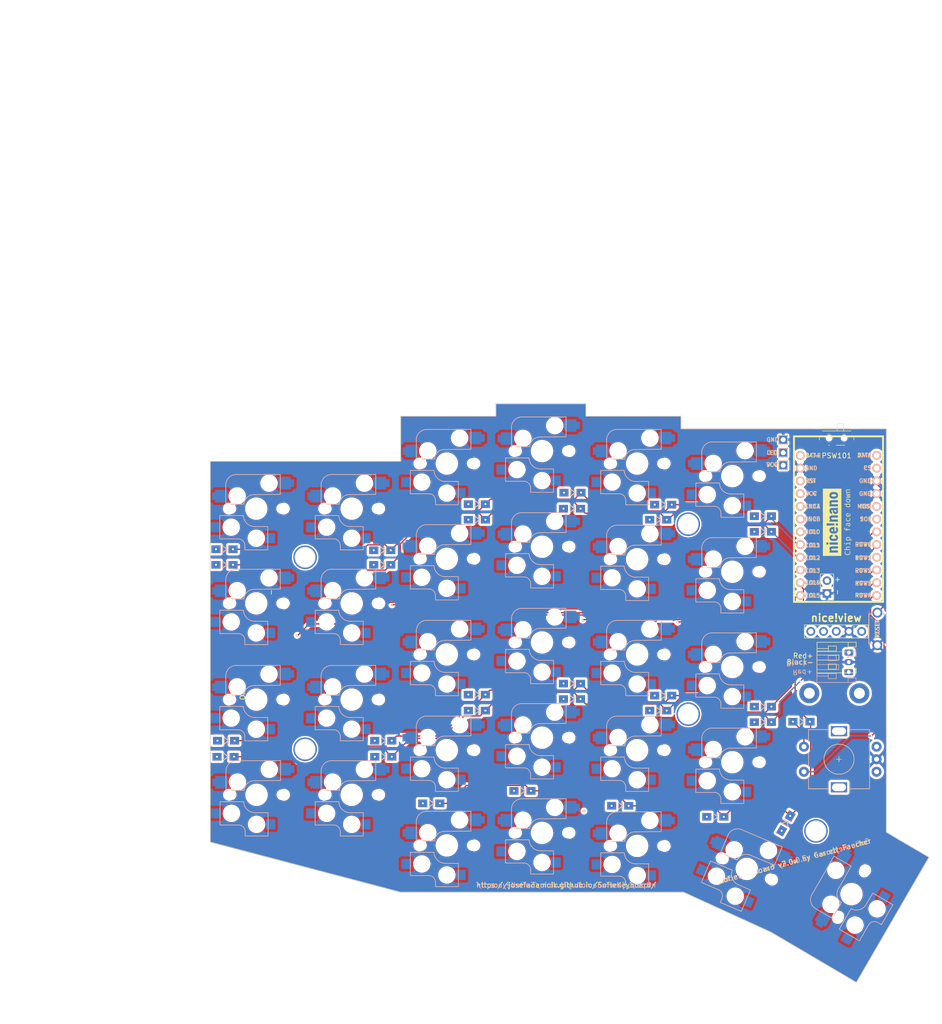
<source format=kicad_pcb>
(kicad_pcb (version 20221018) (generator pcbnew)
  (layers (0 "F.Cu" signal) (31 "B.Cu" signal) (34 "B.Paste" user) (35 "F.Paste" user) (36 "B.SilkS" user "B.Silkscreen") (37 "F.SilkS" user "F.Silkscreen") (38 "B.Mask" user) (39 "F.Mask" user) (44 "Edge.Cuts" user))
  (net 0 "")
  (net 1 "L_row0")
  (net 2 "L_row1")
  (net 3 "L_row2")
  (net 4 "L_row3")
  (net 5 "L_row4")
  (net 6 "VCC")
  (net 7 "GND")
  (net 8 "L_SW25B")
  (net 9 "L_SDA")
  (net 10 "L_SCL")
  (net 11 "L_CS")
  (net 12 "L_RGB")
  (net 13 "L_RESET")
  (net 14 "L_SW25A")
  (net 15 "Net-(BATJ101-Pin_2)")
  (net 16 "Net-(D101-A)")
  (net 17 "L_col4")
  (net 18 "L_col3")
  (net 19 "+BATT")
  (net 20 "Net-(D102-A)")
  (net 21 "Net-(D103-A)")
  (net 22 "Net-(D104-A)")
  (net 23 "L_col2")
  (net 24 "L_col1")
  (net 25 "L_col0")
  (net 26 "L_ENCA")
  (net 27 "L_ENCB")
  (net 28 "Net-(D106-A)")
  (net 29 "Net-(D107-A)")
  (net 30 "Net-(D108-A)")
  (net 31 "Net-(D109-A)")
  (net 32 "Net-(D110-A)")
  (net 33 "Net-(D111-A)")
  (net 34 "Net-(D112-A)")
  (net 35 "Net-(D113-A)")
  (net 36 "Net-(D114-A)")
  (net 37 "Net-(D115-A)")
  (net 38 "Net-(D116-A)")
  (net 39 "Net-(D117-A)")
  (net 40 "Net-(D118-A)")
  (net 41 "Net-(D119-A)")
  (net 42 "Net-(D120-A)")
  (net 43 "Net-(D121-A)")
  (net 44 "Net-(D122-A)")
  (net 45 "Net-(D123-A)")
  (net 46 "Net-(D124-A)")
  (net 47 "Net-(D125-A)")
  (net 48 "Net-(D126-A)")
  (net 49 "Net-(D127-A)")
  (net 50 "Net-(D128-A)")
  (net 51 "Net-(D129-A)")
  (net 52 "Net-(D130-A)")
  (footprint "SofleKeyboard-footprint:CherryMX_KailhLowProfile_Hotswap_OneSide" (layer "F.Cu") (at 191.675 50)
    (fp_text reference "SW102" hide)
    (fp_text value "SW_PUSH" hide)
  )
  (footprint "SofleKeyboard-footprint:CherryMX_KailhLowProfile_Hotswap_OneSide" (layer "F.Cu") (at 191.675 69.1)
    (fp_text reference "SW103" hide)
    (fp_text value "SW_PUSH" hide)
  )
  (footprint "SofleKeyboard-footprint:CherryMX_KailhLowProfile_Hotswap_OneSide" (layer "F.Cu") (at 191.675 88.1)
    (fp_text reference "SW104" hide)
    (fp_text value "SW_PUSH" hide)
  )
  (footprint "SofleKeyboard-footprint:CherryMX_KailhLowProfile_Hotswap_OneSide" (layer "F.Cu") (at 191.675 107.1)
    (fp_text reference "SW105" hide)
    (fp_text value "SW_PUSH" hide)
  )
  (footprint "SofleKeyboard-footprint:CherryMX_KailhLowProfile_Hotswap_OneSide" (layer "F.Cu") (at 172.675 123.8)
    (fp_text reference "SW120" hide)
    (fp_text value "SW_PUSH" hide)
  )
  (footprint "SofleKeyboard-footprint:CherryMX_KailhLowProfile_Hotswap_OneSide" (layer "F.Cu") (at 153.675 121.2)
    (fp_text reference "SW125" hide)
    (fp_text value "SW_PUSH" hide)
  )
  (footprint "SofleKeyboard-footprint:CherryMX_KailhLowProfile_Hotswap_OneSide" (layer "F.Cu") (at 172.675 85.6)
    (fp_text reference "SW108" hide)
    (fp_text value "SW_PUSH" hide)
  )
  (footprint "SofleKeyboard-footprint:CherryMX_KailhLowProfile_Hotswap_OneSide" (layer "F.Cu") (at 172.675 104.7)
    (fp_text reference "SW109" hide)
    (fp_text value "SW_PUSH" hide)
  )
  (footprint "SofleKeyboard-footprint:CherryMX_KailhLowProfile_Hotswap_OneSide" (layer "F.Cu") (at 172.675 66.6)
    (fp_text reference "SW107" hide)
    (fp_text value "SW_PUSH" hide)
  )
  (footprint "SofleKeyboard-footprint:CherryMX_KailhLowProfile_Hotswap_OneSide" (layer "F.Cu") (at 172.675 47.5)
    (fp_text reference "SW106" hide)
    (fp_text value "SW_PUSH" hide)
  )
  (footprint "SofleKeyboard-footprint:CherryMX_KailhLowProfile_Hotswap_OneSide" (layer "F.Cu") (at 153.675 83.2)
    (fp_text reference "SW113" hide)
    (fp_text value "SW_PUSH" hide)
  )
  (footprint "SofleKeyboard-footprint:CherryMX_KailhLowProfile_Hotswap_OneSide" (layer "F.Cu") (at 153.675 45.01)
    (fp_text reference "SW111" hide)
    (fp_text value "SW_PUSH" hide)
  )
  (footprint "SofleKeyboard-footprint:CherryMX_KailhLowProfile_Hotswap_OneSide" (layer "F.Cu") (at 153.675 64.1)
    (fp_text reference "SW112" hide)
    (fp_text value "SW_PUSH" hide)
  )
  (footprint "SofleKeyboard-footprint:CherryMX_KailhLowProfile_Hotswap_OneSide" (layer "F.Cu") (at 153.675 102.2)
    (fp_text reference "SW114" hide)
    (fp_text value "SW_PUSH" hide)
  )
  (footprint "SofleKeyboard-footprint:CherryMX_KailhLowProfile_Hotswap_OneSide" (layer "F.Cu") (at 134.675 104.7)
    (fp_text reference "SW119" hide)
    (fp_text value "SW_PUSH" hide)
  )
  (footprint "SofleKeyboard-footprint:CherryMX_KailhLowProfile_Hotswap_OneSide" (layer "F.Cu") (at 134.675 66.5)
    (fp_text reference "SW117" hide)
    (fp_text value "SW_PUSH" hide)
  )
  (footprint "SofleKeyboard-footprint:CherryMX_KailhLowProfile_Hotswap_OneSide" (layer "F.Cu") (at 134.675 123.7)
    (fp_text reference "SW130" hide)
    (fp_text value "SW_PUSH" hide)
  )
  (footprint "SofleKeyboard-footprint:CherryMX_KailhLowProfile_Hotswap_OneSide" (layer "F.Cu") (at 134.675 85.6)
    (fp_text reference "SW118" hide)
    (fp_text value "SW_PUSH" hide)
  )
  (footprint "SofleKeyboard-footprint:CherryMX_KailhLowProfile_Hotswap_OneSide" (layer "F.Cu") (at 134.675 47.5)
    (fp_text reference "SW116" hide)
    (fp_text value "SW_PUSH" hide)
  )
  (footprint "SofleKeyboard-footprint:CherryMX_KailhLowProfile_Hotswap_OneSide" (layer "F.Cu") (at 115.675 56.5)
    (fp_text reference "SW121" hide)
    (fp_text value "SW_PUSH" hide)
  )
  (footprint "SofleKeyboard-footprint:CherryMX_KailhLowProfile_Hotswap_OneSide" (layer "F.Cu") (at 115.675 113.6)
    (fp_text reference "SW124" hide)
    (fp_text value "SW_PUSH" hide)
  )
  (footprint "SofleKeyboard-footprint:CherryMX_KailhLowProfile_Hotswap_OneSide" (layer "F.Cu") (at 96.625 94.6)
    (fp_text reference "SW128" hide)
    (fp_text value "SW_PUSH" hide)
  )
  (footprint "SofleKeyboard-footprint:CherryMX_KailhLowProfile_Hotswap_OneSide" (layer "F.Cu") (at 96.675 113.6)
    (fp_text reference "SW129" hide)
    (fp_text value "SW_PUSH" hide)
  )
  (footprint "SofleKeyboard-footprint:CherryMX_KailhLowProfile_Hotswap_OneSide" (layer "F.Cu") (at 96.625 56.5)
    (fp_text reference "SW126" hide)
    (fp_text value "SW_PUSH" hide)
  )
  (footprint "SofleKeyboard-footprint:CherryMX_KailhLowProfile_Hotswap_OneSide" (layer "F.Cu") (at 96.625 75.4)
    (fp_text reference "SW127" hide)
    (fp_text value "SW_PUSH" hide)
  )
  (footprint "SofleKeyboard-footprint:CherryMX_KailhLowProfile_Hotswap_OneSide" (layer "F.Cu") (at 115.675 94.6)
    (fp_text reference "SW123" hide)
    (fp_text value "SW_PUSH" hide)
  )
  (footprint "SofleKeyboard-footprint:CherryMX_KailhLowProfile_Hotswap_OneSide" (layer "F.Cu") (at 115.675 75.4)
    (fp_text reference "SW122" hide)
    (fp_text value "SW_PUSH" hide)
  )
  (footprint "lib:nice_nano" (layer "F.Cu") (at 212.5792 60.1919)
    (fp_text reference "U101" hide)
    (fp_text value "ProMicro" hide)
  )
  (footprint "SofleKeyboard-footprint:CherryMX_KailhLowProfile_Hotswap_OneSide_1.5" (layer "F.Cu") (at 215.470706 133.419873 60)
    (fp_text reference "SW110" hide)
    (fp_text value "SW_PUSH" hide)
  )
  (footprint "SofleKeyboard-footprint:CherryMX_KailhLowProfile_Hotswap_OneSide" (layer "F.Cu") (at 194.566165 128.394914 -23)
    (fp_text reference "SW115" hide)
    (fp_text value "SW_PUSH" hide)
  )
  (footprint "Connector_PinHeader_2.54mm:PinHeader_1x02_P2.54mm_Vertical" (layer "F.Cu") (at 210.575 73.406 180)
    (fp_text reference "BATJ101" hide)
    (fp_text value "Conn_01x02_Female")
  )
  (footprint "lib:nice_view" (layer "F.Cu") (at 212.425 65.4706)
    (fp_text reference "J101" hide)
    (fp_text value "OLED" hide)
  )
  (footprint "Button_Switch_SMD:SW_SPDT_PCM12" (layer "F.Cu") (at 212.499 42.73 180)
    (fp_text reference "PSW101")
    (fp_text value "SW_SPST")
  )
  (footprint "lib:Double_Sided_JST_Jack" (layer "F.Cu") (at 212.245 81.506 180)
    (fp_text reference "BATJ102" hide)
    (fp_text value "Conn_01x02_Female")
  )
  (footprint "SofleKeyboard-footprint:HOLE_M2_TH" (layer "B.Cu") (at 182.875 59.6 180)
    (fp_text reference "TH105" hide)
    (fp_text value "HOLE" hide)
  )
  (footprint "SofleKeyboard-footprint:HOLE_M2_TH" (layer "B.Cu") (at 106.375 66.21 180)
    (fp_text reference "TH104" hide)
    (fp_text value "HOLE" hide)
  )
  (footprint "SofleKeyboard-footprint:HOLE_M2_TH" (layer "B.Cu") (at 106.375 104.51 180)
    (fp_text reference "TH102" hide)
    (fp_text value "HOLE" hide)
  )
  (footprint "SofleKeyboard-footprint:HOLE_M2_TH" (layer "B.Cu") (at 208.375 120.81 90)
    (fp_text reference "TH101" hide)
    (fp_text value "HOLE" hide)
  )
  (footprint "SofleKeyboard-footprint:Diode_SOD123" (layer "B.Cu") (at 197.775 58 180)
    (fp_text reference "D101" hide)
    (fp_text value "D" hide)
  )
  (footprint "SofleKeyboard-footprint:Diode_SOD123" (layer "B.Cu") (at 177.875 55.7 180)
    (fp_text reference "D106" hide)
    (fp_text value "D" hide)
  )
  (footprint "SofleKeyboard-footprint:Diode_SOD123" (layer "B.Cu") (at 159.775 53.3 180)
    (fp_text reference "D111" hide)
    (fp_text value "D" hide)
  )
  (footprint "SofleKeyboard-footprint:Diode_SOD123" (layer "B.Cu") (at 140.675 55.6 180)
    (fp_text reference "D116" hide)
    (fp_text value "D" hide)
  )
  (footprint "SofleKeyboard-footprint:Diode_SOD123" (layer "B.Cu") (at 121.775 64.8 180)
    (fp_text reference "D121" hide)
    (fp_text value "D" hide)
  )
  (footprint "SofleKeyboard-footprint:Diode_SOD123" (layer "B.Cu") (at 90.275 64.6 180)
    (fp_text reference "D126" hide)
    (fp_text value "D" hide)
  )
  (footprint "SofleKeyboard-footprint:Diode_SOD123" (layer "B.Cu") (at 197.775 61.1 180)
    (fp_text reference "D102" hide)
    (fp_text value "D" hide)
  )
  (footprint "SofleKeyboard-footprint:Diode_SOD123" (layer "B.Cu") (at 176.875 58.7 180)
    (fp_text reference "D107" hide)
    (fp_text value "D" hide)
  )
  (footprint "SofleKeyboard-footprint:Diode_SOD123" (layer "B.Cu") (at 159.675 56.5 180)
    (fp_text reference "D112" hide)
    (fp_text value "D" hide)
  )
  (footprint "SofleKeyboard-footprint:Diode_SOD123" (layer "B.Cu") (at 140.675 58.7 180)
    (fp_text reference "D117" hide)
    (fp_text value "D" hide)
  )
  (footprint "SofleKeyboard-footprint:Diode_SOD123" (layer "B.Cu") (at 121.775 67.7 180)
    (fp_text reference "D122" hide)
    (fp_text value "D" hide)
  )
  (footprint "SofleKeyboard-footprint:Diode_SOD123" (layer "B.Cu") (at 90.275 67.7 180)
    (fp_text reference "D127" hide)
    (fp_text value "D" hide)
  )
  (footprint "SofleKeyboard-footprint:Diode_SOD123" (layer "B.Cu") (at 197.775 96 180)
    (fp_text reference "D103" hide)
    (fp_text value "D" hide)
  )
  (footprint "SofleKeyboard-footprint:Diode_SOD123" (layer "B.Cu") (at 177.875 93.8 180)
    (fp_text reference "D108" hide)
    (fp_text value "D" hide)
  )
  (footprint "SofleKeyboard-footprint:Diode_SOD123" (layer "B.Cu") (at 159.675 91.4 180)
    (fp_text reference "D113" hide)
    (fp_text value "D" hide)
  )
  (footprint "SofleKeyboard-footprint:Diode_SOD123" (layer "B.Cu") (at 140.675 93.6 180)
    (fp_text reference "D118" hide)
    (fp_text value "D" hide)
  )
  (footprint "SofleKeyboard-footprint:Diode_SOD123" (layer "B.Cu") (at 121.975 102.8 180)
    (fp_text reference "D123" hide)
    (fp_text value "D" hide)
  )
  (footprint "SofleKeyboard-footprint:Diode_SOD123" (layer "B.Cu") (at 90.575 102.8 180)
    (fp_text reference "D128" hide)
    (fp_text value "D" hide)
  )
  (footprint "SofleKeyboard-footprint:Diode_SOD123" (layer "B.Cu") (at 197.775 99.1 180)
    (fp_text reference "D104" hide)
    (fp_text value "D" hide)
  )
  (footprint "SofleKeyboard-footprint:Diode_SOD123" (layer "B.Cu") (at 176.875 96.8 180)
    (fp_text reference "D109" hide)
    (fp_text value "D" hide)
  )
  (footprint "SofleKeyboard-footprint:Diode_SOD123" (layer "B.Cu") (at 159.675 94.5 180)
    (fp_text reference "D114" hide)
    (fp_text value "D" hide)
  )
  (footprint "SofleKeyboard-footprint:Diode_SOD123" (layer "B.Cu") (at 140.675 96.8 180)
    (fp_text reference "D119" hide)
    (fp_text value "D" hide)
  )
  (footprint "SofleKeyboard-footprint:Diode_SOD123" (layer "B.Cu") (at 121.975 106 180)
    (fp_text reference "D124" hide)
    (fp_text value "D" hide)
  )
  (footprint "SofleKeyboard-footprint:Diode_SOD123" (layer "B.Cu") (at 90.475 106 180)
    (fp_text reference "D129" hide)
    (fp_text value "D" hide)
  )
  (footprint "SofleKeyboard-footprint:Diode_SOD123" (layer "B.Cu") (at 205.475 99.01 180)
    (fp_text reference "D105" hide)
    (fp_text value "D" hide)
  )
  (footprint "SofleKeyboard-footprint:Diode_SOD123" (layer "B.Cu") (at 202.375 119.3 -120)
    (fp_text reference "D110" hide)
    (fp_text value "D" hide)
  )
  (footprint "SofleKeyboard-footprint:Diode_SOD123" (layer "B.Cu") (at 188.275 118 180)
    (fp_text reference "D115" hide)
    (fp_text value "D" hide)
  )
  (footprint "SofleKeyboard-footprint:Diode_SOD123" (layer "B.Cu") (at 169.275 115.8 180)
    (fp_text reference "D120" hide)
    (fp_text value "D" hide)
  )
  (footprint "SofleKeyboard-footprint:Diode_SOD123" (layer "B.Cu") (at 149.775 112.81 180)
    (fp_text reference "D125" hide)
    (fp_text value "D" hide)
  )
  (footprint "SofleKeyboard-footprint:M2_HOLE_PCB" (layer "B.Cu") (at 217.045 93.352 180)
    (fp_text reference "TH107" hide)
    (fp_text value "HOLE")
  )
  (footprint "SofleKeyboard-footprint:LED" (layer "B.Cu") (at 201.831 47.838)
    (fp_text reference "J102" hide)
    (fp_text value "LED" hide)
  )
  (footprint "SofleKeyboard-footprint:Diode_SOD123" (layer "B.Cu") (at 131.575 115.31 180)
    (fp_text reference "D130" hide)
    (fp_text value "D" hide)
  )
  (footprint "SofleKeyboard-footprint:M2_HOLE_PCB" (layer "B.Cu") (at 207.045 93.336 180)
    (fp_text reference "TH106" hide)
    (fp_text value "HOLE")
  )
  (footprint "SofleKeyboard-footprint:HOLE_M2_TH" (layer "B.Cu") (at 182.875 97.51 180)
    (fp_text reference "TH103" hide)
    (fp_text value "HOLE" hide)
  )
  (footprint "SofleKeyboard-footprint:RotaryEncoder_Alps_EC11E-Switch_Vertical_H20mm-keebio_modified" (layer "B.Cu") (at 212.975 106.5 180)
    (fp_text reference "SW101" hide)
    (fp_text value "Rotary_Encoder_Switch")
  )
  (footprint "SofleKeyboard-footprint:TACT_SWITCH_TVBP06" (layer "B.Cu") (at 220.627 80.502 90)
    (fp_text reference "RSW101" hide)
    (fp_text value "SW_RST" hide)
  )
  (gr_line (start 222.445 40.552) (end 200.945 40.552) (stroke (width 0.15)) (layer "Edge.Cuts"))
  (gr_line (start 222.445 121.052) (end 222.445 100.552) (stroke (width 0.15)) (layer "Edge.Cuts"))
  (gr_line (start 87.445 47.052) (end 87.445 123.052) (stroke (width 0.15)) (layer "Edge.Cuts"))
  (gr_line (start 181.445 40.552) (end 181.445 38.052) (stroke (width 0.15)) (layer "Edge.Cuts"))
  (gr_line (start 199.445 141.052) (end 216.445 151.052) (stroke (width 0.15)) (layer "Edge.Cuts"))
  (gr_line (start 181.445 38.052) (end 162.445 38.052) (stroke (width 0.15)) (layer "Edge.Cuts"))
  (gr_line (start 87.445 123.052) (end 125.445 133.052) (stroke (width 0.15)) (layer "Edge.Cuts"))
  (gr_line (start 200.945 40.552) (end 181.445 40.552) (stroke (width 0.15)) (layer "Edge.Cuts"))
  (gr_line (start 222.445 100.552) (end 222.445 99.94) (stroke (width 0.15)) (layer "Edge.Cuts"))
  (gr_line (start 216.445 151.052) (end 230.945 126.052) (stroke (width 0.15)) (layer "Edge.Cuts"))
  (gr_line (start 144.445 38.052) (end 125.445 38.052) (stroke (width 0.15)) (layer "Edge.Cuts"))
  (gr_line (start 162.445 35.552) (end 144.445 35.552) (stroke (width 0.15)) (layer "Edge.Cuts"))
  (gr_line (start 224.945 122.552) (end 222.445 121.052) (stroke (width 0.15)) (layer "Edge.Cuts"))
  (gr_line (start 181.945 133.052) (end 199.445 141.052) (stroke (width 0.15)) (layer "Edge.Cuts"))
  (gr_line (start 125.445 47.052) (end 87.445 47.052) (stroke (width 0.15)) (layer "Edge.Cuts"))
  (gr_line (start 222.445 99.94) (end 222.445 40.552) (stroke (width 0.15)) (layer "Edge.Cuts"))
  (gr_line (start 162.445 38.052) (end 162.445 35.552) (stroke (width 0.15)) (layer "Edge.Cuts"))
  (gr_line (start 125.445 38.052) (end 125.445 47.052) (stroke (width 0.15)) (layer "Edge.Cuts"))
  (gr_line (start 230.945 126.052) (end 224.945 122.552) (stroke (width 0.15)) (layer "Edge.Cuts"))
  (gr_line (start 125.445 133.052) (end 181.945 133.052) (stroke (width 0.15)) (layer "Edge.Cuts"))
  (gr_line (start 144.445 35.552) (end 144.445 38.052) (stroke (width 0.15)) (layer "Edge.Cuts"))
  (gr_text "Sofle Keyboard v2.0w by Garrett Faucher" (at 203.93 126.852 15) (layer "B.SilkS") (effects (font (size 1 1)) (justify mirror)))
  (gr_text "https://josefadamcik.github.io/SofleKeyboard/" (at 158.48 131.602) (layer "B.SilkS") (effects (font (size 1 1)) (justify mirror)))
  (gr_text "-" (at 212.598 73.914 90) (layer "F.SilkS") (effects (font (size 1 1)) (justify left)))
  (gr_text "+" (at 99.568 71.374 90) (layer "F.SilkS") (effects (font (size 1 1)) (justify left)))
  (gr_text "https://josefadamcik.github.io/SofleKeyboard/" (at 158.53 131.602) (layer "F.SilkS") (effects (font (size 1 1))))
  (gr_text "Sofle Keyboard v2.0w by Garrett Faucher" (at 204.18 126.802 15) (layer "F.SilkS") (effects (font (size 1 1))))
  (gr_text "+" (at 212.598 71.374 90) (layer "F.SilkS") (effects (font (size 1 1)) (justify left)))
  (gr_text "OFF" (at 93.905 94.804568 90) (layer "F.SilkS") (effects (font (size 1 1)) (justify left)))
  (gr_text "-" (at 99.568 73.914 90) (layer "F.SilkS") (effects (font (size 1 1)) (justify left)))
  (segment (start 104.060557 64.6) (end 105.225557 63.435) (width 0.25) (layer "F.Cu") (net 1))
  (segment (start 91.975 64.6) (end 104.060557 64.6) (width 0.25) (layer "F.Cu") (net 1))
  (segment (start 116.535 66.04) (end 118.85 63.725) (width 0.25) (layer "F.Cu") (net 1))
  (segment (start 118.85 63.725) (end 122.4 63.725) (width 0.25) (layer "F.Cu") (net 1))
  (segment (start 142.375 55.6) (end 143.365 54.61) (width 0.25) (layer "F.Cu") (net 1))
  (segment (start 178.321 56.954) (end 179.575 55.7) (width 0.25) (layer "F.Cu") (net 1))
  (segment (start 105.225557 63.435) (end 107.524443 63.435) (width 0.25) (layer "F.Cu") (net 1))
  (segment (start 198.039 59.436) (end 199.475 58) (width 0.25) (layer "F.Cu") (net 1))
  (segment (start 165.129 56.954) (end 178.321 56.954) (width 0.25) (layer "F.Cu") (net 1))
  (segment (start 160.165 54.61) (end 161.475 53.3) (width 0.25) (layer "F.Cu") (net 1))
  (segment (start 122.4 63.725) (end 123.475 64.8) (width 0.25) (layer "F.Cu") (net 1))
  (segment (start 188.82335 55.7) (end 192.55935 59.436) (width 0.25) (layer "F.Cu") (net 1))
  (segment (start 142.375 55.6) (end 141.021 56.954) (width 0.25) (layer "F.Cu") (net 1))
  (segment (start 141.021 56.954) (end 131.321 56.954) (width 0.25) (layer "F.Cu") (net 1))
  (segment (start 131.321 56.954) (end 123.475 64.8) (width 0.25) (layer "F.Cu") (net 1))
  (segment (start 192.55935 59.436) (end 198.039 59.436) (width 0.25) (layer "F.Cu") (net 1))
  (segment (start 107.524443 63.435) (end 110.129443 66.04) (width 0.25) (layer "F.Cu") (net 1))
  (segment (start 179.575 55.7) (end 188.82335 55.7) (width 0.25) (layer "F.Cu") (net 1))
  (segment (start 110.129443 66.04) (end 116.535 66.04) (width 0.25) (layer "F.Cu") (net 1))
  (segment (start 161.475 53.3) (end 165.129 56.954) (width 0.25) (layer "F.Cu") (net 1))
  (segment (start 143.365 54.61) (end 160.165 54.61) (width 0.25) (layer "F.Cu") (net 1))
  (segment (start 199.475 58) (end 199.475 58.475936) (width 0.25) (layer "B.Cu") (net 1))
  (segment (start 199.475 58.475936) (end 204.665016 63.665952) (width 0.25) (layer "B.Cu") (net 1))
  (segment (start 199.475 58) (end 199.227 58.248) (width 0.25) (layer "B.Cu") (net 1))
  (segment (start 110.019443 66.49) (end 116.565 66.49) (width 0.25) (layer "F.Cu") (net 2))
  (segment (start 159.935 55.06) (end 146.015 55.06) (width 0.25) (layer "F.Cu") (net 2))
  (segment (start 192.372954 59.886) (end 198.261 59.886) (width 0.25) (layer "F.Cu") (net 2))
  (segment (start 181.425 56.15) (end 188.636954 56.15) (width 0.25) (layer "F.Cu") (net 2))
  (segment (start 178.575 58.7) (end 178.875 58.7) (width 0.25) (layer "F.Cu") (net 2))
  (segment (start 107.524443 68.985) (end 110.019443 66.49) (width 0.25) (layer "F.Cu") (net 2))
  (segment (start 162.279 57.404) (end 177.279 57.404) (width 0.25) (layer "F.Cu") (net 2))
  (segment (start 178.875 58.7) (end 181.425 56.15) (width 0.25) (layer "F.Cu") (net 2))
  (segment (start 116.565 66.49) (end 118.85 68.775) (width 0.25) (layer "F.Cu") (net 2))
  (segment (start 177.279 57.404) (end 178.575 58.7) (width 0.25) (layer "F.Cu") (net 2))
  (segment (start 142.375 58.7) (end 141.079 57.404) (width 0.25) (layer "F.Cu") (net 2))
  (segment (start 105.225557 68.985) (end 107.524443 68.985) (width 0.25) (layer "F.Cu") (net 2))
  (segment (start 161.375 56.5) (end 162.279 57.404) (width 0.25) (layer "F.Cu") (net 2))
  (segment (start 141.079 57.404) (end 131.507396 57.404) (width 0.25) (layer "F.Cu") (net 2))
  (segment (start 122.4 68.775) (end 123.475 67.7) (width 0.25) (layer "F.Cu") (net 2))
  (segment (start 125.394198 65.780802) (end 123.475 67.7) (width 0.25) (layer "F.Cu") (net 2))
  (segment (start 198.261 59.886) (end 199.475 61.1) (width 0.25) (layer "F.Cu") (net 2))
  (segment (start 91.975 67.7) (end 103.940557 67.7) (width 0.25) (layer "F.Cu") (net 2))
  (segment (start 131.507396 57.404) (end 125.394198 63.517198) (width 0.25) (layer "F.Cu") (net 2))
  (segment (start 146.015 55.06) (end 142.375 58.7) (width 0.25) (layer "F.Cu") (net 2))
  (segment (start 118.85 68.775) (end 122.4 68.775) (width 0.25) (layer "F.Cu") (net 2))
  (segment (start 125.394198 63.517198) (end 125.394198 65.780802) (width 0.25) (layer "F.Cu") (net 2))
  (segment (start 161.375 56.5) (end 159.935 55.06) (width 0.25) (layer "F.Cu") (net 2))
  (segment (start 188.636954 56.15) (end 192.372954 59.886) (width 0.25) (layer "F.Cu") (net 2))
  (segment (start 103.940557 67.7) (end 105.225557 68.985) (width 0.25) (layer "F.Cu") (net 2))
  (segment (start 199.475 61.1) (end 199.559064 61.1) (width 0.25) (layer "B.Cu") (net 2))
  (segment (start 199.559064 61.1) (end 204.665016 66.205952) (width 0.25) (layer "B.Cu") (net 2))
  (segment (start 123.675 102.8) (end 124.6 101.875) (width 0.25) (layer "F.Cu") (net 3))
  (segment (start 218.703716 69.947252) (end 219.905016 68.745952) (width 0.25) (layer "F.Cu") (net 3))
  (segment (start 109.664444 103.875) (end 122.6 103.875) (width 0.25) (layer "F.Cu") (net 3))
  (segment (start 203.463716 92.011284) (end 199.475 96) (width 0.25) (layer "F.Cu") (net 3))
  (segment (start 161.375 91.4) (end 160.065 92.71) (width 0.25) (layer "F.Cu") (net 3))
  (segment (start 92.275 102.8) (end 104.160557 102.8) (width 0.25) (layer "F.Cu") (net 3))
  (segment (start 107.524443 101.735) (end 109.664444 103.875) (width 0.25) (layer "F.Cu") (net 3))
  (segment (start 143.265 92.71) (end 142.375 93.6) (width 0.25) (layer "F.Cu") (net 3))
  (segment (start 189.551 97.086) (end 186.265 93.8) (width 0.25) (layer "F.Cu") (net 3))
  (segment (start 137.169 96.306) (end 137.169 98.169604) (width 0.25) (layer "F.Cu") (net 3))
  (segment (start 105.225557 101.735) (end 107.524443 101.735) (width 0.25) (layer "F.Cu") (net 3))
  (segment (start 138.225 95.25) (end 137.169 96.306) (width 0.25) (layer "F.Cu") (net 3))
  (segment (start 137.169 98.169604) (end 133.463604 101.875) (width 0.25) (layer "F.Cu") (net 3))
  (segment (start 199.475 96) (end 198.389 97.086) (width 0.25) (layer "F.Cu") (net 3))
  (segment (start 211.909572 78.645) (end 218.703716 71.850856) (width 0.25) (layer "F.Cu") (net 3))
  (segment (start 142.375 93.6) (end 140.725 95.25) (width 0.25) (layer "F.Cu") (net 3))
  (segment (start 140.725 95.25) (end 138.225 95.25) (width 0.25) (layer "F.Cu") (net 3))
  (segment (start 104.160557 102.8) (end 105.225557 101.735) (width 0.25) (layer "F.Cu") (net 3))
  (segment (start 218.703716 71.850856) (end 218.703716 69.947252) (width 0.25) (layer "F.Cu") (net 3))
  (segment (start 178.321 95.054) (end 165.029 95.054) (width 0.25) (layer "F.Cu") (net 3))
  (segment (start 161.807 78.74) (end 161.902 78.645) (width 0.25) (layer "F.Cu") (net 3))
  (segment (start 124.6 101.875) (end 133.463604 101.875) (width 0.25) (layer "F.Cu") (net 3))
  (segment (start 186.265 93.8) (end 179.575 93.8) (width 0.25) (layer "F.Cu") (net 3))
  (segment (start 165.029 95.054) (end 161.375 91.4) (width 0.25) (layer "F.Cu") (net 3))
  (segment (start 204.665016 68.745952) (end 203.463716 69.947252) (width 0.25) (layer "F.Cu") (net 3))
  (segment (start 203.463716 69.947252) (end 203.463716 92.011284) (width 0.25) (layer "F.Cu") (net 3))
  (segment (start 161.902 78.645) (end 211.909572 78.645) (width 0.25) (layer "F.Cu") (net 3))
  (segment (start 160.065 92.71) (end 143.265 92.71) (width 0.25) (layer "F.Cu") (net 3))
  (segment (start 198.389 97.086) (end 189.551 97.086) (width 0.25) (layer "F.Cu") (net 3))
  (segment (start 179.575 93.8) (end 178.321 95.054) (width 0.25) (layer "F.Cu") (net 3))
  (via (at 161.807 78.74) (size 0.4) (drill 0.3) (layers "F.Cu" "B.Cu") (net 3))
  (segment (start 141.3 97.875) (end 142.375 96.8) (width 0.25) (layer "F.Cu") (net 4))
  (segment (start 205.866316 72.487252) (end 205.866316 90.306684) (width 0.25) (layer "F.Cu") (net 4))
  (segment (start 138.1 97.875) (end 141.3 97.875) (width 0.25) (layer "F.Cu") (net 4))
  (segment (start 107.524443 107.285) (end 110.484443 104.325) (width 0.25) (layer "F.Cu") (net 4))
  (segment (start 103.940557 106) (end 105.225557 107.285) (width 0.25) (layer "F.Cu") (net 4))
  (segment (start 127.35 102.325) (end 133.65 102.325) (width 0.25) (layer "F.Cu") (net 4))
  (segment (start 180.8495 79.095) (end 212.095968 79.095) (width 0.25) (layer "F.Cu") (net 4))
  (segment (start 212.095968 79.095) (end 219.905016 71.285952) (width 0.25) (layer "F.Cu") (net 4))
  (segment (start 122 104.325) (end 123.675 106) (width 0.25) (layer "F.Cu") (net 4))
  (segment (start 189.364604 97.536) (end 186.126802 94.298198) (width 0.25) (layer "F.Cu") (net 4))
  (segment (start 123.675 106) (end 127.35 102.325) (width 0.25) (layer "F.Cu") (net 4))
  (segment (start 161.375 94.5) (end 160.035 93.16) (width 0.25) (layer "F.Cu") (net 4))
  (segment (start 105.225557 107.285) (end 107.524443 107.285) (width 0.25) (layer "F.Cu") (net 4))
  (segment (start 178.575 96.8) (end 177.279 95.504) (width 0.25) (layer "F.Cu") (net 4))
  (segment (start 146.015 93.16) (end 142.375 96.8) (width 0.25) (layer "F.Cu") (net 4))
  (segment (start 205.866316 90.306684) (end 205.241 90.932) (width 0.25) (layer "F.Cu") (net 4))
  (segment (start 204.665016 71.285952) (end 205.866316 72.487252) (width 0.25) (layer "F.Cu") (net 4))
  (segment (start 162.379 95.504) (end 161.375 94.5) (width 0.25) (layer "F.Cu") (net 4))
  (segment (start 180.775 79.1695) (end 180.8495 79.095) (width 0.25) (layer "F.Cu") (net 4))
  (segment (start 186.126802 94.298198) (end 181.226802 94.298198) (width 0.25) (layer "F.Cu") (net 4))
  (segment (start 197.911 97.536) (end 189.364604 97.536) (width 0.25) (layer "F.Cu") (net 4))
  (segment (start 199.475 99.1) (end 197.911 97.536) (width 0.25) (layer "F.Cu") (net 4))
  (segment (start 177.279 95.504) (end 162.379 95.504) (width 0.25) (layer "F.Cu") (net 4))
  (segment (start 181.226802 94.298198) (end 178.725 96.8) (width 0.25) (layer "F.Cu") (net 4))
  (segment (start 178.725 96.8) (end 178.575 96.8) (width 0.25) (layer "F.Cu") (net 4))
  (segment (start 160.035 93.16) (end 146.015 93.16) (width 0.25) (layer "F.Cu") (net 4))
  (segment (start 92.175 106) (end 103.940557 106) (width 0.25) (layer "F.Cu") (net 4))
  (segment (start 133.65 102.325) (end 138.1 97.875) (width 0.25) (layer "F.Cu") (net 4))
  (segment (start 110.484443 104.325) (end 122 104.325) (width 0.25) (layer "F.Cu") (net 4))
  (via (at 180.775 79.1695) (size 0.4) (drill 0.3) (layers "F.Cu" "B.Cu") (net 4))
  (via (at 205.241 90.932) (size 0.4) (drill 0.3) (layers "F.Cu" "B.Cu") (net 4))
  (segment (start 201.177 94.996) (end 201.177 97.398) (width 0.25) (layer "B.Cu") (net 4))
  (segment (start 205.241 90.932) (end 201.177 94.996) (width 0.25) (layer "B.Cu") (net 4))
  (segment (start 201.177 97.398) (end 199.475 99.1) (width 0.25) (layer "B.Cu") (net 4))
  (segment (start 201.983243 116.586) (end 203.225 117.827757) (width 0.25) (layer "F.Cu") (net 5))
  (segment (start 138.589604 111.735) (end 150.4 111.735) (width 0.25) (layer "F.Cu") (net 5))
  (segment (start 204.225 74.265968) (end 204.225 96.06) (width 0.25) (layer "F.Cu") (net 5))
  (segment (start 167.985 112.81) (end 170.975 115.8) (width 0.25) (layer "F.Cu") (net 5))
  (segment (start 207.3 99.135) (end 207.3 113.752757) (width 0.25) (layer "F.Cu") (net 5))
  (segment (start 204.225 96.06) (end 207.175 99.01) (width 0.25) (layer "F.Cu") (net 5))
  (segment (start 191.389 116.586) (end 201.983243 116.586) (width 0.25) (layer "F.Cu") (net 5))
  (segment (start 204.665016 73.825952) (end 204.225 74.265968) (width 0.25) (layer "F.Cu") (net 5))
  (segment (start 207.175 99.01) (end 207.3 99.135) (width 0.25) (layer "F.Cu") (net 5))
  (segment (start 133.275 115.31) (end 135.014604 115.31) (width 0.25) (layer "F.Cu") (net 5))
  (segment (start 189.975 118) (end 191.389 116.586) (width 0.25) (layer "F.Cu") (net 5))
  (segment (start 207.3 113.752757) (end 203.225 117.827757) (width 0.25) (layer "F.Cu") (net 5))
  (segment (start 170.975 115.8) (end 187.775 115.8) (width 0.25) (layer "F.Cu") (net 5))
  (segment (start 187.775 115.8) (end 189.975 118) (width 0.25) (layer "F.Cu") (net 5))
  (segment (start 135.014604 115.31) (end 138.589604 111.735) (width 0.25) (layer "F.Cu") (net 5))
  (segment (start 150.4 111.735) (end 151.475 112.81) (width 0.25) (layer "F.Cu") (net 5))
  (segment (start 151.475 112.81) (end 167.985 112.81) (width 0.25) (layer "F.Cu") (net 5))
  (segment (start 205.975 104) (end 205.975 101.21) (width 0.25) (layer "F.Cu") (net 8))
  (segment (start 205.975 101.21) (end 203.775 99.01) (width 0.25) (layer "F.Cu") (net 8))
  (segment (start 221.751 76.128) (end 221.751 52.811936) (width 0.25) (layer "F.Cu") (net 13))
  (segment (start 220.627 77.252) (end 221.751 76.128) (width 0.25) (layer "F.Cu") (net 13))
  (segment (start 221.751 52.811936) (end 219.905016 50.965952) (width 0.25) (layer "F.Cu") (net 13))
  (segment (start 219.302 74.428968) (end 219.905016 73.825952) (width 0.25) (layer "F.Cu") (net 14))
  (segment (start 221.952 80.450833) (end 219.302 77.800833) (width 0.25) (layer "F.Cu") (net 14))
  (segment (start 219.302 77.800833) (end 219.302 74.428968) (width 0.25) (layer "F.Cu") (net 14))
  (segment (start 221.952 99.367) (end 221.952 80.450833) (width 0.25) (layer "F.Cu") (net 14))
  (segment (start 219.465 101.854) (end 221.952 99.367) (width 0.25) (layer "F.Cu") (net 14))
  (via (at 219.465 101.854) (size 0.4) (drill 0.3) (layers "F.Cu" "B.Cu") (net 14))
  (segment (start 215.271 101.854) (end 219.465 101.854) (width 0.25) (layer "B.Cu") (net 14))
  (segment (start 208.125 109) (end 215.271 101.854) (width 0.25) (layer "B.Cu") (net 14))
  (segment (start 205.975 109) (end 208.125 109) (width 0.25) (layer "B.Cu") (net 14))
  (segment (start 154.027046 77.724) (end 151.978046 75.675) (width 0.25) (layer "F.Cu") (net 24))
  (segment (start 217.803716 71.478064) (end 211.55778 77.724) (width 0.25) (layer "F.Cu") (net 24))
  (segment (start 217.803716 66.608357) (end 217.803716 71.478064) (width 0.25) (layer "F.Cu") (net 24))
  (segment (start 151.978046 75.675) (end 142.979874 75.680411) (width 0.25) (layer "F.Cu") (net 24))
  (segment (start 142.979874 75.680411) (end 142.974463 75.675) (width 0.25) (layer "F.Cu") (net 24))
  (segment (start 211.55778 77.724) (end 154.027046 77.724) (width 0.25) (layer "F.Cu") (net 24))
  (segment (start 142.974463 75.675) (end 123.724 75.675) (width 0.25) (layer "F.Cu") (net 24))
  (segment (start 123.724 75.675) (end 123.707 75.692) (width 0.25) (layer "F.Cu") (net 24))
  (segment (start 219.905016 63.665952) (end 219.905016 64.507057) (width 0.25) (layer "F.Cu") (net 24))
  (segment (start 219.905016 64.507057) (end 217.803716 66.608357) (width 0.25) (layer "F.Cu") (net 24))
  (via (at 123.707 75.692) (size 0.4) (drill 0.3) (layers "F.Cu" "B.Cu") (net 24))
  (via (at 162.061 116.84) (size 0.4) (drill 0.3) (layers "F.Cu" "B.Cu") (net 24))
  (segment (start 104.775 81.788) (end 104.911 81.788) (width 0.25) (layer "F.Cu") (net 25))
  (segment (start 117.217757 77.216) (end 121.232833 77.216) (width 0.25) (layer "F.Cu") (net 25))
  (segment (start 104.911 81.788) (end 107.197 79.502) (width 0.25) (layer "F.Cu") (net 25))
  (segment (start 107.197 79.502) (end 114.931757 79.502) (width 0.25) (layer "F.Cu") (net 25))
  (segment (start 123.281833 75.167) (end 152.106442 75.167) (width 0.25) (layer "F.Cu") (net 25))
  (segment (start 154.213442 77.274) (end 211.371384 77.274) (width 0.25) (layer "F.Cu") (net 25))
  (segment (start 217.353716 71.291668) (end 217.353716 63.677252) (width 0.25) (layer "F.Cu") (net 25))
  (segment (start 121.232833 77.216) (end 123.281833 75.167) (width 0.25) (layer "F.Cu") (net 25))
  (segment (start 114.931757 79.502) (end 117.217757 77.216) (width 0.25) (layer "F.Cu") (net 25))
  (segment (start 152.106442 75.167) (end 154.213442 77.274) (width 0.25) (layer "F.Cu") (net 25))
  (segment (start 217.353716 63.677252) (end 219.905016 61.125952) (width 0.25) (layer "F.Cu") (net 25))
  (segment (start 211.371384 77.274) (end 217.353716 71.291668) (width 0.25) (layer "F.Cu") (net 25))
  (via (at 104.775 81.788) (size 0.4) (drill 0.3) (layers "F.Cu" "B.Cu") (net 25))
  (zone (net 7) (net_name "GND") (layer "F.Cu") (connect_pads (clearance 0.508)) (min_thickness 0.254) (fill yes (thermal_gap 0.508) (thermal_bridge_width 0.508))
    (polygon (pts (xy 79.375 35.66) (xy 82.475 132.435) (xy 233.55 159.335) (xy 231.4 36.085)))
  )
  (zone (net 7) (net_name "GND") (layer "B.Cu") (connect_pads (clearance 0.508)) (min_thickness 0.254) (fill yes (thermal_gap 0.508) (thermal_bridge_width 0.508))
    (polygon (pts (xy 78.625 35.81) (xy 81.425 131.41) (xy 230.925 158.81) (xy 232.175 125.26) (xy 229.325 35.31)))
  )
)
</source>
